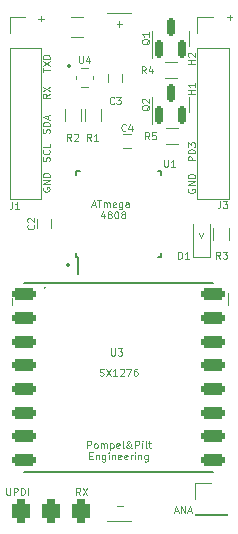
<source format=gbr>
%TF.GenerationSoftware,KiCad,Pcbnew,(6.0.0)*%
%TF.CreationDate,2022-01-09T21:33:39+01:00*%
%TF.ProjectId,LoraTrigger,4c6f7261-5472-4696-9767-65722e6b6963,rev?*%
%TF.SameCoordinates,Original*%
%TF.FileFunction,Legend,Top*%
%TF.FilePolarity,Positive*%
%FSLAX46Y46*%
G04 Gerber Fmt 4.6, Leading zero omitted, Abs format (unit mm)*
G04 Created by KiCad (PCBNEW (6.0.0)) date 2022-01-09 21:33:39*
%MOMM*%
%LPD*%
G01*
G04 APERTURE LIST*
G04 Aperture macros list*
%AMRoundRect*
0 Rectangle with rounded corners*
0 $1 Rounding radius*
0 $2 $3 $4 $5 $6 $7 $8 $9 X,Y pos of 4 corners*
0 Add a 4 corners polygon primitive as box body*
4,1,4,$2,$3,$4,$5,$6,$7,$8,$9,$2,$3,0*
0 Add four circle primitives for the rounded corners*
1,1,$1+$1,$2,$3*
1,1,$1+$1,$4,$5*
1,1,$1+$1,$6,$7*
1,1,$1+$1,$8,$9*
0 Add four rect primitives between the rounded corners*
20,1,$1+$1,$2,$3,$4,$5,0*
20,1,$1+$1,$4,$5,$6,$7,0*
20,1,$1+$1,$6,$7,$8,$9,0*
20,1,$1+$1,$8,$9,$2,$3,0*%
G04 Aperture macros list end*
%ADD10C,0.150000*%
%ADD11C,0.100000*%
%ADD12C,0.200000*%
%ADD13C,0.120000*%
%ADD14R,1.200000X1.200000*%
%ADD15R,1.700000X1.700000*%
%ADD16RoundRect,0.375000X-0.375000X-0.625000X0.375000X-0.625000X0.375000X0.625000X-0.375000X0.625000X0*%
%ADD17RoundRect,0.250000X-0.750000X-0.250000X0.750000X-0.250000X0.750000X0.250000X-0.750000X0.250000X0*%
%ADD18C,2.000000*%
%ADD19R,0.750000X0.900000*%
%ADD20R,0.900000X0.750000*%
%ADD21R,0.900000X0.700000*%
%ADD22R,1.500000X1.250000*%
%ADD23R,0.700000X0.900000*%
%ADD24RoundRect,0.150000X0.150000X-0.587500X0.150000X0.587500X-0.150000X0.587500X-0.150000X-0.587500X0*%
%ADD25R,0.550000X1.600000*%
%ADD26R,1.600000X0.550000*%
%ADD27O,1.700000X1.700000*%
%ADD28R,0.700000X0.300000*%
G04 APERTURE END LIST*
D10*
X104341421Y-43841421D02*
G75*
G03*
X104341421Y-43841421I-141421J0D01*
G01*
X104241421Y-60700000D02*
G75*
G03*
X104241421Y-60700000I-141421J0D01*
G01*
D11*
X108271428Y-81092857D02*
X108728571Y-81092857D01*
X102100000Y-62564285D02*
X102128571Y-62592857D01*
X102100000Y-62621428D01*
X102071428Y-62592857D01*
X102100000Y-62564285D01*
X102100000Y-62621428D01*
X101596428Y-39842857D02*
X102053571Y-39842857D01*
X101825000Y-40071428D02*
X101825000Y-39614285D01*
X102000000Y-54157142D02*
X101971428Y-54214285D01*
X101971428Y-54300000D01*
X102000000Y-54385714D01*
X102057142Y-54442857D01*
X102114285Y-54471428D01*
X102228571Y-54500000D01*
X102314285Y-54500000D01*
X102428571Y-54471428D01*
X102485714Y-54442857D01*
X102542857Y-54385714D01*
X102571428Y-54300000D01*
X102571428Y-54242857D01*
X102542857Y-54157142D01*
X102514285Y-54128571D01*
X102314285Y-54128571D01*
X102314285Y-54242857D01*
X102571428Y-53871428D02*
X101971428Y-53871428D01*
X102571428Y-53528571D01*
X101971428Y-53528571D01*
X102571428Y-53242857D02*
X101971428Y-53242857D01*
X101971428Y-53100000D01*
X102000000Y-53014285D01*
X102057142Y-52957142D01*
X102114285Y-52928571D01*
X102228571Y-52900000D01*
X102314285Y-52900000D01*
X102428571Y-52928571D01*
X102485714Y-52957142D01*
X102542857Y-53014285D01*
X102571428Y-53100000D01*
X102571428Y-53242857D01*
X102571428Y-46200000D02*
X102285714Y-46400000D01*
X102571428Y-46542857D02*
X101971428Y-46542857D01*
X101971428Y-46314285D01*
X102000000Y-46257142D01*
X102028571Y-46228571D01*
X102085714Y-46200000D01*
X102171428Y-46200000D01*
X102228571Y-46228571D01*
X102257142Y-46257142D01*
X102285714Y-46314285D01*
X102285714Y-46542857D01*
X101971428Y-46000000D02*
X102571428Y-45600000D01*
X101971428Y-45600000D02*
X102571428Y-46000000D01*
X117571428Y-39742857D02*
X118028571Y-39742857D01*
X117800000Y-39971428D02*
X117800000Y-39514285D01*
X114871428Y-51842857D02*
X114271428Y-51842857D01*
X114271428Y-51614285D01*
X114300000Y-51557142D01*
X114328571Y-51528571D01*
X114385714Y-51500000D01*
X114471428Y-51500000D01*
X114528571Y-51528571D01*
X114557142Y-51557142D01*
X114585714Y-51614285D01*
X114585714Y-51842857D01*
X114871428Y-51242857D02*
X114271428Y-51242857D01*
X114271428Y-51100000D01*
X114300000Y-51014285D01*
X114357142Y-50957142D01*
X114414285Y-50928571D01*
X114528571Y-50900000D01*
X114614285Y-50900000D01*
X114728571Y-50928571D01*
X114785714Y-50957142D01*
X114842857Y-51014285D01*
X114871428Y-51100000D01*
X114871428Y-51242857D01*
X114271428Y-50700000D02*
X114271428Y-50328571D01*
X114500000Y-50528571D01*
X114500000Y-50442857D01*
X114528571Y-50385714D01*
X114557142Y-50357142D01*
X114614285Y-50328571D01*
X114757142Y-50328571D01*
X114814285Y-50357142D01*
X114842857Y-50385714D01*
X114871428Y-50442857D01*
X114871428Y-50614285D01*
X114842857Y-50671428D01*
X114814285Y-50700000D01*
X106128571Y-55617000D02*
X106414285Y-55617000D01*
X106071428Y-55788428D02*
X106271428Y-55188428D01*
X106471428Y-55788428D01*
X106585714Y-55188428D02*
X106928571Y-55188428D01*
X106757142Y-55788428D02*
X106757142Y-55188428D01*
X107128571Y-55788428D02*
X107128571Y-55388428D01*
X107128571Y-55445571D02*
X107157142Y-55417000D01*
X107214285Y-55388428D01*
X107300000Y-55388428D01*
X107357142Y-55417000D01*
X107385714Y-55474142D01*
X107385714Y-55788428D01*
X107385714Y-55474142D02*
X107414285Y-55417000D01*
X107471428Y-55388428D01*
X107557142Y-55388428D01*
X107614285Y-55417000D01*
X107642857Y-55474142D01*
X107642857Y-55788428D01*
X108157142Y-55759857D02*
X108100000Y-55788428D01*
X107985714Y-55788428D01*
X107928571Y-55759857D01*
X107900000Y-55702714D01*
X107900000Y-55474142D01*
X107928571Y-55417000D01*
X107985714Y-55388428D01*
X108100000Y-55388428D01*
X108157142Y-55417000D01*
X108185714Y-55474142D01*
X108185714Y-55531285D01*
X107900000Y-55588428D01*
X108700000Y-55388428D02*
X108700000Y-55874142D01*
X108671428Y-55931285D01*
X108642857Y-55959857D01*
X108585714Y-55988428D01*
X108500000Y-55988428D01*
X108442857Y-55959857D01*
X108700000Y-55759857D02*
X108642857Y-55788428D01*
X108528571Y-55788428D01*
X108471428Y-55759857D01*
X108442857Y-55731285D01*
X108414285Y-55674142D01*
X108414285Y-55502714D01*
X108442857Y-55445571D01*
X108471428Y-55417000D01*
X108528571Y-55388428D01*
X108642857Y-55388428D01*
X108700000Y-55417000D01*
X109242857Y-55788428D02*
X109242857Y-55474142D01*
X109214285Y-55417000D01*
X109157142Y-55388428D01*
X109042857Y-55388428D01*
X108985714Y-55417000D01*
X109242857Y-55759857D02*
X109185714Y-55788428D01*
X109042857Y-55788428D01*
X108985714Y-55759857D01*
X108957142Y-55702714D01*
X108957142Y-55645571D01*
X108985714Y-55588428D01*
X109042857Y-55559857D01*
X109185714Y-55559857D01*
X109242857Y-55531285D01*
X107185714Y-56354428D02*
X107185714Y-56754428D01*
X107042857Y-56125857D02*
X106900000Y-56554428D01*
X107271428Y-56554428D01*
X107585714Y-56411571D02*
X107528571Y-56383000D01*
X107500000Y-56354428D01*
X107471428Y-56297285D01*
X107471428Y-56268714D01*
X107500000Y-56211571D01*
X107528571Y-56183000D01*
X107585714Y-56154428D01*
X107700000Y-56154428D01*
X107757142Y-56183000D01*
X107785714Y-56211571D01*
X107814285Y-56268714D01*
X107814285Y-56297285D01*
X107785714Y-56354428D01*
X107757142Y-56383000D01*
X107700000Y-56411571D01*
X107585714Y-56411571D01*
X107528571Y-56440142D01*
X107500000Y-56468714D01*
X107471428Y-56525857D01*
X107471428Y-56640142D01*
X107500000Y-56697285D01*
X107528571Y-56725857D01*
X107585714Y-56754428D01*
X107700000Y-56754428D01*
X107757142Y-56725857D01*
X107785714Y-56697285D01*
X107814285Y-56640142D01*
X107814285Y-56525857D01*
X107785714Y-56468714D01*
X107757142Y-56440142D01*
X107700000Y-56411571D01*
X108185714Y-56154428D02*
X108242857Y-56154428D01*
X108300000Y-56183000D01*
X108328571Y-56211571D01*
X108357142Y-56268714D01*
X108385714Y-56383000D01*
X108385714Y-56525857D01*
X108357142Y-56640142D01*
X108328571Y-56697285D01*
X108300000Y-56725857D01*
X108242857Y-56754428D01*
X108185714Y-56754428D01*
X108128571Y-56725857D01*
X108100000Y-56697285D01*
X108071428Y-56640142D01*
X108042857Y-56525857D01*
X108042857Y-56383000D01*
X108071428Y-56268714D01*
X108100000Y-56211571D01*
X108128571Y-56183000D01*
X108185714Y-56154428D01*
X108728571Y-56411571D02*
X108671428Y-56383000D01*
X108642857Y-56354428D01*
X108614285Y-56297285D01*
X108614285Y-56268714D01*
X108642857Y-56211571D01*
X108671428Y-56183000D01*
X108728571Y-56154428D01*
X108842857Y-56154428D01*
X108900000Y-56183000D01*
X108928571Y-56211571D01*
X108957142Y-56268714D01*
X108957142Y-56297285D01*
X108928571Y-56354428D01*
X108900000Y-56383000D01*
X108842857Y-56411571D01*
X108728571Y-56411571D01*
X108671428Y-56440142D01*
X108642857Y-56468714D01*
X108614285Y-56525857D01*
X108614285Y-56640142D01*
X108642857Y-56697285D01*
X108671428Y-56725857D01*
X108728571Y-56754428D01*
X108842857Y-56754428D01*
X108900000Y-56725857D01*
X108928571Y-56697285D01*
X108957142Y-56640142D01*
X108957142Y-56525857D01*
X108928571Y-56468714D01*
X108900000Y-56440142D01*
X108842857Y-56411571D01*
X108221428Y-40292857D02*
X108678571Y-40292857D01*
X108450000Y-40521428D02*
X108450000Y-40064285D01*
X114871428Y-43657142D02*
X114271428Y-43657142D01*
X114557142Y-43657142D02*
X114557142Y-43314285D01*
X114871428Y-43314285D02*
X114271428Y-43314285D01*
X114328571Y-43057142D02*
X114300000Y-43028571D01*
X114271428Y-42971428D01*
X114271428Y-42828571D01*
X114300000Y-42771428D01*
X114328571Y-42742857D01*
X114385714Y-42714285D01*
X114442857Y-42714285D01*
X114528571Y-42742857D01*
X114871428Y-43085714D01*
X114871428Y-42714285D01*
X114300000Y-54257142D02*
X114271428Y-54314285D01*
X114271428Y-54400000D01*
X114300000Y-54485714D01*
X114357142Y-54542857D01*
X114414285Y-54571428D01*
X114528571Y-54600000D01*
X114614285Y-54600000D01*
X114728571Y-54571428D01*
X114785714Y-54542857D01*
X114842857Y-54485714D01*
X114871428Y-54400000D01*
X114871428Y-54342857D01*
X114842857Y-54257142D01*
X114814285Y-54228571D01*
X114614285Y-54228571D01*
X114614285Y-54342857D01*
X114871428Y-53971428D02*
X114271428Y-53971428D01*
X114871428Y-53628571D01*
X114271428Y-53628571D01*
X114871428Y-53342857D02*
X114271428Y-53342857D01*
X114271428Y-53200000D01*
X114300000Y-53114285D01*
X114357142Y-53057142D01*
X114414285Y-53028571D01*
X114528571Y-53000000D01*
X114614285Y-53000000D01*
X114728571Y-53028571D01*
X114785714Y-53057142D01*
X114842857Y-53114285D01*
X114871428Y-53200000D01*
X114871428Y-53342857D01*
X115528571Y-57971428D02*
X115357142Y-58428571D01*
X115185714Y-57971428D01*
X105742857Y-76188428D02*
X105742857Y-75588428D01*
X105971428Y-75588428D01*
X106028571Y-75617000D01*
X106057142Y-75645571D01*
X106085714Y-75702714D01*
X106085714Y-75788428D01*
X106057142Y-75845571D01*
X106028571Y-75874142D01*
X105971428Y-75902714D01*
X105742857Y-75902714D01*
X106428571Y-76188428D02*
X106371428Y-76159857D01*
X106342857Y-76131285D01*
X106314285Y-76074142D01*
X106314285Y-75902714D01*
X106342857Y-75845571D01*
X106371428Y-75817000D01*
X106428571Y-75788428D01*
X106514285Y-75788428D01*
X106571428Y-75817000D01*
X106600000Y-75845571D01*
X106628571Y-75902714D01*
X106628571Y-76074142D01*
X106600000Y-76131285D01*
X106571428Y-76159857D01*
X106514285Y-76188428D01*
X106428571Y-76188428D01*
X106885714Y-76188428D02*
X106885714Y-75788428D01*
X106885714Y-75845571D02*
X106914285Y-75817000D01*
X106971428Y-75788428D01*
X107057142Y-75788428D01*
X107114285Y-75817000D01*
X107142857Y-75874142D01*
X107142857Y-76188428D01*
X107142857Y-75874142D02*
X107171428Y-75817000D01*
X107228571Y-75788428D01*
X107314285Y-75788428D01*
X107371428Y-75817000D01*
X107400000Y-75874142D01*
X107400000Y-76188428D01*
X107685714Y-75788428D02*
X107685714Y-76388428D01*
X107685714Y-75817000D02*
X107742857Y-75788428D01*
X107857142Y-75788428D01*
X107914285Y-75817000D01*
X107942857Y-75845571D01*
X107971428Y-75902714D01*
X107971428Y-76074142D01*
X107942857Y-76131285D01*
X107914285Y-76159857D01*
X107857142Y-76188428D01*
X107742857Y-76188428D01*
X107685714Y-76159857D01*
X108457142Y-76159857D02*
X108400000Y-76188428D01*
X108285714Y-76188428D01*
X108228571Y-76159857D01*
X108200000Y-76102714D01*
X108200000Y-75874142D01*
X108228571Y-75817000D01*
X108285714Y-75788428D01*
X108400000Y-75788428D01*
X108457142Y-75817000D01*
X108485714Y-75874142D01*
X108485714Y-75931285D01*
X108200000Y-75988428D01*
X108828571Y-76188428D02*
X108771428Y-76159857D01*
X108742857Y-76102714D01*
X108742857Y-75588428D01*
X109542857Y-76188428D02*
X109514285Y-76188428D01*
X109457142Y-76159857D01*
X109371428Y-76074142D01*
X109228571Y-75902714D01*
X109171428Y-75817000D01*
X109142857Y-75731285D01*
X109142857Y-75674142D01*
X109171428Y-75617000D01*
X109228571Y-75588428D01*
X109257142Y-75588428D01*
X109314285Y-75617000D01*
X109342857Y-75674142D01*
X109342857Y-75702714D01*
X109314285Y-75759857D01*
X109285714Y-75788428D01*
X109114285Y-75902714D01*
X109085714Y-75931285D01*
X109057142Y-75988428D01*
X109057142Y-76074142D01*
X109085714Y-76131285D01*
X109114285Y-76159857D01*
X109171428Y-76188428D01*
X109257142Y-76188428D01*
X109314285Y-76159857D01*
X109342857Y-76131285D01*
X109428571Y-76017000D01*
X109457142Y-75931285D01*
X109457142Y-75874142D01*
X109800000Y-76188428D02*
X109800000Y-75588428D01*
X110028571Y-75588428D01*
X110085714Y-75617000D01*
X110114285Y-75645571D01*
X110142857Y-75702714D01*
X110142857Y-75788428D01*
X110114285Y-75845571D01*
X110085714Y-75874142D01*
X110028571Y-75902714D01*
X109800000Y-75902714D01*
X110400000Y-76188428D02*
X110400000Y-75788428D01*
X110400000Y-75588428D02*
X110371428Y-75617000D01*
X110400000Y-75645571D01*
X110428571Y-75617000D01*
X110400000Y-75588428D01*
X110400000Y-75645571D01*
X110771428Y-76188428D02*
X110714285Y-76159857D01*
X110685714Y-76102714D01*
X110685714Y-75588428D01*
X110914285Y-75788428D02*
X111142857Y-75788428D01*
X111000000Y-75588428D02*
X111000000Y-76102714D01*
X111028571Y-76159857D01*
X111085714Y-76188428D01*
X111142857Y-76188428D01*
X105928571Y-76840142D02*
X106128571Y-76840142D01*
X106214285Y-77154428D02*
X105928571Y-77154428D01*
X105928571Y-76554428D01*
X106214285Y-76554428D01*
X106471428Y-76754428D02*
X106471428Y-77154428D01*
X106471428Y-76811571D02*
X106500000Y-76783000D01*
X106557142Y-76754428D01*
X106642857Y-76754428D01*
X106700000Y-76783000D01*
X106728571Y-76840142D01*
X106728571Y-77154428D01*
X107271428Y-76754428D02*
X107271428Y-77240142D01*
X107242857Y-77297285D01*
X107214285Y-77325857D01*
X107157142Y-77354428D01*
X107071428Y-77354428D01*
X107014285Y-77325857D01*
X107271428Y-77125857D02*
X107214285Y-77154428D01*
X107100000Y-77154428D01*
X107042857Y-77125857D01*
X107014285Y-77097285D01*
X106985714Y-77040142D01*
X106985714Y-76868714D01*
X107014285Y-76811571D01*
X107042857Y-76783000D01*
X107100000Y-76754428D01*
X107214285Y-76754428D01*
X107271428Y-76783000D01*
X107557142Y-77154428D02*
X107557142Y-76754428D01*
X107557142Y-76554428D02*
X107528571Y-76583000D01*
X107557142Y-76611571D01*
X107585714Y-76583000D01*
X107557142Y-76554428D01*
X107557142Y-76611571D01*
X107842857Y-76754428D02*
X107842857Y-77154428D01*
X107842857Y-76811571D02*
X107871428Y-76783000D01*
X107928571Y-76754428D01*
X108014285Y-76754428D01*
X108071428Y-76783000D01*
X108100000Y-76840142D01*
X108100000Y-77154428D01*
X108614285Y-77125857D02*
X108557142Y-77154428D01*
X108442857Y-77154428D01*
X108385714Y-77125857D01*
X108357142Y-77068714D01*
X108357142Y-76840142D01*
X108385714Y-76783000D01*
X108442857Y-76754428D01*
X108557142Y-76754428D01*
X108614285Y-76783000D01*
X108642857Y-76840142D01*
X108642857Y-76897285D01*
X108357142Y-76954428D01*
X109128571Y-77125857D02*
X109071428Y-77154428D01*
X108957142Y-77154428D01*
X108900000Y-77125857D01*
X108871428Y-77068714D01*
X108871428Y-76840142D01*
X108900000Y-76783000D01*
X108957142Y-76754428D01*
X109071428Y-76754428D01*
X109128571Y-76783000D01*
X109157142Y-76840142D01*
X109157142Y-76897285D01*
X108871428Y-76954428D01*
X109414285Y-77154428D02*
X109414285Y-76754428D01*
X109414285Y-76868714D02*
X109442857Y-76811571D01*
X109471428Y-76783000D01*
X109528571Y-76754428D01*
X109585714Y-76754428D01*
X109785714Y-77154428D02*
X109785714Y-76754428D01*
X109785714Y-76554428D02*
X109757142Y-76583000D01*
X109785714Y-76611571D01*
X109814285Y-76583000D01*
X109785714Y-76554428D01*
X109785714Y-76611571D01*
X110071428Y-76754428D02*
X110071428Y-77154428D01*
X110071428Y-76811571D02*
X110100000Y-76783000D01*
X110157142Y-76754428D01*
X110242857Y-76754428D01*
X110300000Y-76783000D01*
X110328571Y-76840142D01*
X110328571Y-77154428D01*
X110871428Y-76754428D02*
X110871428Y-77240142D01*
X110842857Y-77297285D01*
X110814285Y-77325857D01*
X110757142Y-77354428D01*
X110671428Y-77354428D01*
X110614285Y-77325857D01*
X110871428Y-77125857D02*
X110814285Y-77154428D01*
X110700000Y-77154428D01*
X110642857Y-77125857D01*
X110614285Y-77097285D01*
X110585714Y-77040142D01*
X110585714Y-76868714D01*
X110614285Y-76811571D01*
X110642857Y-76783000D01*
X110700000Y-76754428D01*
X110814285Y-76754428D01*
X110871428Y-76783000D01*
X105150000Y-80171428D02*
X104950000Y-79885714D01*
X104807142Y-80171428D02*
X104807142Y-79571428D01*
X105035714Y-79571428D01*
X105092857Y-79600000D01*
X105121428Y-79628571D01*
X105150000Y-79685714D01*
X105150000Y-79771428D01*
X105121428Y-79828571D01*
X105092857Y-79857142D01*
X105035714Y-79885714D01*
X104807142Y-79885714D01*
X105350000Y-79571428D02*
X105750000Y-80171428D01*
X105750000Y-79571428D02*
X105350000Y-80171428D01*
X114871428Y-46257142D02*
X114271428Y-46257142D01*
X114557142Y-46257142D02*
X114557142Y-45914285D01*
X114871428Y-45914285D02*
X114271428Y-45914285D01*
X114871428Y-45314285D02*
X114871428Y-45657142D01*
X114871428Y-45485714D02*
X114271428Y-45485714D01*
X114357142Y-45542857D01*
X114414285Y-45600000D01*
X114442857Y-45657142D01*
X113135714Y-81500000D02*
X113421428Y-81500000D01*
X113078571Y-81671428D02*
X113278571Y-81071428D01*
X113478571Y-81671428D01*
X113678571Y-81671428D02*
X113678571Y-81071428D01*
X114021428Y-81671428D01*
X114021428Y-81071428D01*
X114278571Y-81500000D02*
X114564285Y-81500000D01*
X114221428Y-81671428D02*
X114421428Y-81071428D01*
X114621428Y-81671428D01*
X101971428Y-44357142D02*
X101971428Y-44014285D01*
X102571428Y-44185714D02*
X101971428Y-44185714D01*
X101971428Y-43871428D02*
X102571428Y-43471428D01*
X101971428Y-43471428D02*
X102571428Y-43871428D01*
X102571428Y-43242857D02*
X101971428Y-43242857D01*
X101971428Y-43100000D01*
X102000000Y-43014285D01*
X102057142Y-42957142D01*
X102114285Y-42928571D01*
X102228571Y-42900000D01*
X102314285Y-42900000D01*
X102428571Y-42928571D01*
X102485714Y-42957142D01*
X102542857Y-43014285D01*
X102571428Y-43100000D01*
X102571428Y-43242857D01*
X102542857Y-49528571D02*
X102571428Y-49442857D01*
X102571428Y-49300000D01*
X102542857Y-49242857D01*
X102514285Y-49214285D01*
X102457142Y-49185714D01*
X102400000Y-49185714D01*
X102342857Y-49214285D01*
X102314285Y-49242857D01*
X102285714Y-49300000D01*
X102257142Y-49414285D01*
X102228571Y-49471428D01*
X102200000Y-49500000D01*
X102142857Y-49528571D01*
X102085714Y-49528571D01*
X102028571Y-49500000D01*
X102000000Y-49471428D01*
X101971428Y-49414285D01*
X101971428Y-49271428D01*
X102000000Y-49185714D01*
X102571428Y-48928571D02*
X101971428Y-48928571D01*
X101971428Y-48785714D01*
X102000000Y-48700000D01*
X102057142Y-48642857D01*
X102114285Y-48614285D01*
X102228571Y-48585714D01*
X102314285Y-48585714D01*
X102428571Y-48614285D01*
X102485714Y-48642857D01*
X102542857Y-48700000D01*
X102571428Y-48785714D01*
X102571428Y-48928571D01*
X102400000Y-48357142D02*
X102400000Y-48071428D01*
X102571428Y-48414285D02*
X101971428Y-48214285D01*
X102571428Y-48014285D01*
X98885714Y-79571428D02*
X98885714Y-80057142D01*
X98914285Y-80114285D01*
X98942857Y-80142857D01*
X99000000Y-80171428D01*
X99114285Y-80171428D01*
X99171428Y-80142857D01*
X99200000Y-80114285D01*
X99228571Y-80057142D01*
X99228571Y-79571428D01*
X99514285Y-80171428D02*
X99514285Y-79571428D01*
X99742857Y-79571428D01*
X99800000Y-79600000D01*
X99828571Y-79628571D01*
X99857142Y-79685714D01*
X99857142Y-79771428D01*
X99828571Y-79828571D01*
X99800000Y-79857142D01*
X99742857Y-79885714D01*
X99514285Y-79885714D01*
X100114285Y-80171428D02*
X100114285Y-79571428D01*
X100257142Y-79571428D01*
X100342857Y-79600000D01*
X100400000Y-79657142D01*
X100428571Y-79714285D01*
X100457142Y-79828571D01*
X100457142Y-79914285D01*
X100428571Y-80028571D01*
X100400000Y-80085714D01*
X100342857Y-80142857D01*
X100257142Y-80171428D01*
X100114285Y-80171428D01*
X100714285Y-80171428D02*
X100714285Y-79571428D01*
X102542857Y-51914285D02*
X102571428Y-51828571D01*
X102571428Y-51685714D01*
X102542857Y-51628571D01*
X102514285Y-51600000D01*
X102457142Y-51571428D01*
X102400000Y-51571428D01*
X102342857Y-51600000D01*
X102314285Y-51628571D01*
X102285714Y-51685714D01*
X102257142Y-51800000D01*
X102228571Y-51857142D01*
X102200000Y-51885714D01*
X102142857Y-51914285D01*
X102085714Y-51914285D01*
X102028571Y-51885714D01*
X102000000Y-51857142D01*
X101971428Y-51800000D01*
X101971428Y-51657142D01*
X102000000Y-51571428D01*
X102514285Y-50971428D02*
X102542857Y-51000000D01*
X102571428Y-51085714D01*
X102571428Y-51142857D01*
X102542857Y-51228571D01*
X102485714Y-51285714D01*
X102428571Y-51314285D01*
X102314285Y-51342857D01*
X102228571Y-51342857D01*
X102114285Y-51314285D01*
X102057142Y-51285714D01*
X102000000Y-51228571D01*
X101971428Y-51142857D01*
X101971428Y-51085714D01*
X102000000Y-51000000D01*
X102028571Y-50971428D01*
X102571428Y-50428571D02*
X102571428Y-50714285D01*
X101971428Y-50714285D01*
X106800000Y-70042857D02*
X106885714Y-70071428D01*
X107028571Y-70071428D01*
X107085714Y-70042857D01*
X107114285Y-70014285D01*
X107142857Y-69957142D01*
X107142857Y-69900000D01*
X107114285Y-69842857D01*
X107085714Y-69814285D01*
X107028571Y-69785714D01*
X106914285Y-69757142D01*
X106857142Y-69728571D01*
X106828571Y-69700000D01*
X106800000Y-69642857D01*
X106800000Y-69585714D01*
X106828571Y-69528571D01*
X106857142Y-69500000D01*
X106914285Y-69471428D01*
X107057142Y-69471428D01*
X107142857Y-69500000D01*
X107342857Y-69471428D02*
X107742857Y-70071428D01*
X107742857Y-69471428D02*
X107342857Y-70071428D01*
X108285714Y-70071428D02*
X107942857Y-70071428D01*
X108114285Y-70071428D02*
X108114285Y-69471428D01*
X108057142Y-69557142D01*
X108000000Y-69614285D01*
X107942857Y-69642857D01*
X108514285Y-69528571D02*
X108542857Y-69500000D01*
X108600000Y-69471428D01*
X108742857Y-69471428D01*
X108800000Y-69500000D01*
X108828571Y-69528571D01*
X108857142Y-69585714D01*
X108857142Y-69642857D01*
X108828571Y-69728571D01*
X108485714Y-70071428D01*
X108857142Y-70071428D01*
X109057142Y-69471428D02*
X109457142Y-69471428D01*
X109200000Y-70071428D01*
X109942857Y-69471428D02*
X109828571Y-69471428D01*
X109771428Y-69500000D01*
X109742857Y-69528571D01*
X109685714Y-69614285D01*
X109657142Y-69728571D01*
X109657142Y-69957142D01*
X109685714Y-70014285D01*
X109714285Y-70042857D01*
X109771428Y-70071428D01*
X109885714Y-70071428D01*
X109942857Y-70042857D01*
X109971428Y-70014285D01*
X110000000Y-69957142D01*
X110000000Y-69814285D01*
X109971428Y-69757142D01*
X109942857Y-69728571D01*
X109885714Y-69700000D01*
X109771428Y-69700000D01*
X109714285Y-69728571D01*
X109685714Y-69757142D01*
X109657142Y-69814285D01*
X113457142Y-60171428D02*
X113457142Y-59571428D01*
X113600000Y-59571428D01*
X113685714Y-59600000D01*
X113742857Y-59657142D01*
X113771428Y-59714285D01*
X113800000Y-59828571D01*
X113800000Y-59914285D01*
X113771428Y-60028571D01*
X113742857Y-60085714D01*
X113685714Y-60142857D01*
X113600000Y-60171428D01*
X113457142Y-60171428D01*
X114371428Y-60171428D02*
X114028571Y-60171428D01*
X114200000Y-60171428D02*
X114200000Y-59571428D01*
X114142857Y-59657142D01*
X114085714Y-59714285D01*
X114028571Y-59742857D01*
X107742857Y-67771428D02*
X107742857Y-68257142D01*
X107771428Y-68314285D01*
X107800000Y-68342857D01*
X107857142Y-68371428D01*
X107971428Y-68371428D01*
X108028571Y-68342857D01*
X108057142Y-68314285D01*
X108085714Y-68257142D01*
X108085714Y-67771428D01*
X108314285Y-67771428D02*
X108685714Y-67771428D01*
X108485714Y-68000000D01*
X108571428Y-68000000D01*
X108628571Y-68028571D01*
X108657142Y-68057142D01*
X108685714Y-68114285D01*
X108685714Y-68257142D01*
X108657142Y-68314285D01*
X108628571Y-68342857D01*
X108571428Y-68371428D01*
X108400000Y-68371428D01*
X108342857Y-68342857D01*
X108314285Y-68314285D01*
X101214285Y-57300000D02*
X101242857Y-57328571D01*
X101271428Y-57414285D01*
X101271428Y-57471428D01*
X101242857Y-57557142D01*
X101185714Y-57614285D01*
X101128571Y-57642857D01*
X101014285Y-57671428D01*
X100928571Y-57671428D01*
X100814285Y-57642857D01*
X100757142Y-57614285D01*
X100700000Y-57557142D01*
X100671428Y-57471428D01*
X100671428Y-57414285D01*
X100700000Y-57328571D01*
X100728571Y-57300000D01*
X100728571Y-57071428D02*
X100700000Y-57042857D01*
X100671428Y-56985714D01*
X100671428Y-56842857D01*
X100700000Y-56785714D01*
X100728571Y-56757142D01*
X100785714Y-56728571D01*
X100842857Y-56728571D01*
X100928571Y-56757142D01*
X101271428Y-57100000D01*
X101271428Y-56728571D01*
X108000000Y-47014285D02*
X107971428Y-47042857D01*
X107885714Y-47071428D01*
X107828571Y-47071428D01*
X107742857Y-47042857D01*
X107685714Y-46985714D01*
X107657142Y-46928571D01*
X107628571Y-46814285D01*
X107628571Y-46728571D01*
X107657142Y-46614285D01*
X107685714Y-46557142D01*
X107742857Y-46500000D01*
X107828571Y-46471428D01*
X107885714Y-46471428D01*
X107971428Y-46500000D01*
X108000000Y-46528571D01*
X108200000Y-46471428D02*
X108571428Y-46471428D01*
X108371428Y-46700000D01*
X108457142Y-46700000D01*
X108514285Y-46728571D01*
X108542857Y-46757142D01*
X108571428Y-46814285D01*
X108571428Y-46957142D01*
X108542857Y-47014285D01*
X108514285Y-47042857D01*
X108457142Y-47071428D01*
X108285714Y-47071428D01*
X108228571Y-47042857D01*
X108200000Y-47014285D01*
X109000000Y-49314285D02*
X108971428Y-49342857D01*
X108885714Y-49371428D01*
X108828571Y-49371428D01*
X108742857Y-49342857D01*
X108685714Y-49285714D01*
X108657142Y-49228571D01*
X108628571Y-49114285D01*
X108628571Y-49028571D01*
X108657142Y-48914285D01*
X108685714Y-48857142D01*
X108742857Y-48800000D01*
X108828571Y-48771428D01*
X108885714Y-48771428D01*
X108971428Y-48800000D01*
X109000000Y-48828571D01*
X109514285Y-48971428D02*
X109514285Y-49371428D01*
X109371428Y-48742857D02*
X109228571Y-49171428D01*
X109600000Y-49171428D01*
X117000000Y-60171428D02*
X116800000Y-59885714D01*
X116657142Y-60171428D02*
X116657142Y-59571428D01*
X116885714Y-59571428D01*
X116942857Y-59600000D01*
X116971428Y-59628571D01*
X117000000Y-59685714D01*
X117000000Y-59771428D01*
X116971428Y-59828571D01*
X116942857Y-59857142D01*
X116885714Y-59885714D01*
X116657142Y-59885714D01*
X117200000Y-59571428D02*
X117571428Y-59571428D01*
X117371428Y-59800000D01*
X117457142Y-59800000D01*
X117514285Y-59828571D01*
X117542857Y-59857142D01*
X117571428Y-59914285D01*
X117571428Y-60057142D01*
X117542857Y-60114285D01*
X117514285Y-60142857D01*
X117457142Y-60171428D01*
X117285714Y-60171428D01*
X117228571Y-60142857D01*
X117200000Y-60114285D01*
X106100000Y-50171428D02*
X105900000Y-49885714D01*
X105757142Y-50171428D02*
X105757142Y-49571428D01*
X105985714Y-49571428D01*
X106042857Y-49600000D01*
X106071428Y-49628571D01*
X106100000Y-49685714D01*
X106100000Y-49771428D01*
X106071428Y-49828571D01*
X106042857Y-49857142D01*
X105985714Y-49885714D01*
X105757142Y-49885714D01*
X106671428Y-50171428D02*
X106328571Y-50171428D01*
X106500000Y-50171428D02*
X106500000Y-49571428D01*
X106442857Y-49657142D01*
X106385714Y-49714285D01*
X106328571Y-49742857D01*
X104400000Y-50171428D02*
X104200000Y-49885714D01*
X104057142Y-50171428D02*
X104057142Y-49571428D01*
X104285714Y-49571428D01*
X104342857Y-49600000D01*
X104371428Y-49628571D01*
X104400000Y-49685714D01*
X104400000Y-49771428D01*
X104371428Y-49828571D01*
X104342857Y-49857142D01*
X104285714Y-49885714D01*
X104057142Y-49885714D01*
X104628571Y-49628571D02*
X104657142Y-49600000D01*
X104714285Y-49571428D01*
X104857142Y-49571428D01*
X104914285Y-49600000D01*
X104942857Y-49628571D01*
X104971428Y-49685714D01*
X104971428Y-49742857D01*
X104942857Y-49828571D01*
X104600000Y-50171428D01*
X104971428Y-50171428D01*
X111000000Y-50071428D02*
X110800000Y-49785714D01*
X110657142Y-50071428D02*
X110657142Y-49471428D01*
X110885714Y-49471428D01*
X110942857Y-49500000D01*
X110971428Y-49528571D01*
X111000000Y-49585714D01*
X111000000Y-49671428D01*
X110971428Y-49728571D01*
X110942857Y-49757142D01*
X110885714Y-49785714D01*
X110657142Y-49785714D01*
X111542857Y-49471428D02*
X111257142Y-49471428D01*
X111228571Y-49757142D01*
X111257142Y-49728571D01*
X111314285Y-49700000D01*
X111457142Y-49700000D01*
X111514285Y-49728571D01*
X111542857Y-49757142D01*
X111571428Y-49814285D01*
X111571428Y-49957142D01*
X111542857Y-50014285D01*
X111514285Y-50042857D01*
X111457142Y-50071428D01*
X111314285Y-50071428D01*
X111257142Y-50042857D01*
X111228571Y-50014285D01*
X111028571Y-41557142D02*
X111000000Y-41614285D01*
X110942857Y-41671428D01*
X110857142Y-41757142D01*
X110828571Y-41814285D01*
X110828571Y-41871428D01*
X110971428Y-41842857D02*
X110942857Y-41900000D01*
X110885714Y-41957142D01*
X110771428Y-41985714D01*
X110571428Y-41985714D01*
X110457142Y-41957142D01*
X110400000Y-41900000D01*
X110371428Y-41842857D01*
X110371428Y-41728571D01*
X110400000Y-41671428D01*
X110457142Y-41614285D01*
X110571428Y-41585714D01*
X110771428Y-41585714D01*
X110885714Y-41614285D01*
X110942857Y-41671428D01*
X110971428Y-41728571D01*
X110971428Y-41842857D01*
X110971428Y-41014285D02*
X110971428Y-41357142D01*
X110971428Y-41185714D02*
X110371428Y-41185714D01*
X110457142Y-41242857D01*
X110514285Y-41300000D01*
X110542857Y-41357142D01*
X112242857Y-51771428D02*
X112242857Y-52257142D01*
X112271428Y-52314285D01*
X112300000Y-52342857D01*
X112357142Y-52371428D01*
X112471428Y-52371428D01*
X112528571Y-52342857D01*
X112557142Y-52314285D01*
X112585714Y-52257142D01*
X112585714Y-51771428D01*
X113185714Y-52371428D02*
X112842857Y-52371428D01*
X113014285Y-52371428D02*
X113014285Y-51771428D01*
X112957142Y-51857142D01*
X112900000Y-51914285D01*
X112842857Y-51942857D01*
X99400000Y-55371428D02*
X99400000Y-55800000D01*
X99371428Y-55885714D01*
X99314285Y-55942857D01*
X99228571Y-55971428D01*
X99171428Y-55971428D01*
X100000000Y-55971428D02*
X99657142Y-55971428D01*
X99828571Y-55971428D02*
X99828571Y-55371428D01*
X99771428Y-55457142D01*
X99714285Y-55514285D01*
X99657142Y-55542857D01*
X117000000Y-55271428D02*
X117000000Y-55700000D01*
X116971428Y-55785714D01*
X116914285Y-55842857D01*
X116828571Y-55871428D01*
X116771428Y-55871428D01*
X117228571Y-55271428D02*
X117600000Y-55271428D01*
X117400000Y-55500000D01*
X117485714Y-55500000D01*
X117542857Y-55528571D01*
X117571428Y-55557142D01*
X117600000Y-55614285D01*
X117600000Y-55757142D01*
X117571428Y-55814285D01*
X117542857Y-55842857D01*
X117485714Y-55871428D01*
X117314285Y-55871428D01*
X117257142Y-55842857D01*
X117228571Y-55814285D01*
X110700000Y-44471428D02*
X110500000Y-44185714D01*
X110357142Y-44471428D02*
X110357142Y-43871428D01*
X110585714Y-43871428D01*
X110642857Y-43900000D01*
X110671428Y-43928571D01*
X110700000Y-43985714D01*
X110700000Y-44071428D01*
X110671428Y-44128571D01*
X110642857Y-44157142D01*
X110585714Y-44185714D01*
X110357142Y-44185714D01*
X111214285Y-44071428D02*
X111214285Y-44471428D01*
X111071428Y-43842857D02*
X110928571Y-44271428D01*
X111300000Y-44271428D01*
X105042857Y-43012849D02*
X105042857Y-43498563D01*
X105071428Y-43555706D01*
X105100000Y-43584278D01*
X105157142Y-43612849D01*
X105271428Y-43612849D01*
X105328571Y-43584278D01*
X105357142Y-43555706D01*
X105385714Y-43498563D01*
X105385714Y-43012849D01*
X105928571Y-43212849D02*
X105928571Y-43612849D01*
X105785714Y-42984278D02*
X105642857Y-43412849D01*
X106014285Y-43412849D01*
X111028571Y-47157142D02*
X111000000Y-47214285D01*
X110942857Y-47271428D01*
X110857142Y-47357142D01*
X110828571Y-47414285D01*
X110828571Y-47471428D01*
X110971428Y-47442857D02*
X110942857Y-47500000D01*
X110885714Y-47557142D01*
X110771428Y-47585714D01*
X110571428Y-47585714D01*
X110457142Y-47557142D01*
X110400000Y-47500000D01*
X110371428Y-47442857D01*
X110371428Y-47328571D01*
X110400000Y-47271428D01*
X110457142Y-47214285D01*
X110571428Y-47185714D01*
X110771428Y-47185714D01*
X110885714Y-47214285D01*
X110942857Y-47271428D01*
X110971428Y-47328571D01*
X110971428Y-47442857D01*
X110428571Y-46957142D02*
X110400000Y-46928571D01*
X110371428Y-46871428D01*
X110371428Y-46728571D01*
X110400000Y-46671428D01*
X110428571Y-46642857D01*
X110485714Y-46614285D01*
X110542857Y-46614285D01*
X110628571Y-46642857D01*
X110971428Y-46985714D01*
X110971428Y-46614285D01*
X114700000Y-60050000D02*
X114700000Y-57250000D01*
X114700000Y-60050000D02*
X116100000Y-60050000D01*
X116100000Y-60050000D02*
X116100000Y-57250000D01*
X117535000Y-81788000D02*
X117535000Y-81848000D01*
X114875000Y-79188000D02*
X116205000Y-79188000D01*
X114875000Y-81788000D02*
X117535000Y-81788000D01*
X114875000Y-80518000D02*
X114875000Y-79188000D01*
X114875000Y-81788000D02*
X114875000Y-81848000D01*
X114875000Y-81848000D02*
X117535000Y-81848000D01*
D12*
X116426000Y-78200000D02*
X100426000Y-78200000D01*
X100426000Y-62200000D02*
X116426000Y-62200000D01*
D11*
X99350000Y-63050000D02*
X99350000Y-64050000D01*
X117650000Y-63050000D02*
X117650000Y-64050000D01*
X109450000Y-82350000D02*
X107450000Y-82350000D01*
X109450000Y-39350000D02*
X107450000Y-39350000D01*
D13*
X101500000Y-57550000D02*
X101500000Y-56850000D01*
X102700000Y-56850000D02*
X102700000Y-57550000D01*
X108700000Y-44491421D02*
X108700000Y-45191421D01*
X107500000Y-45191421D02*
X107500000Y-44491421D01*
X108750000Y-49600000D02*
X109450000Y-49600000D01*
X109450000Y-50800000D02*
X108750000Y-50800000D01*
X116420000Y-58600000D02*
X116420000Y-57600000D01*
X117780000Y-57600000D02*
X117780000Y-58600000D01*
X106880000Y-47500000D02*
X106880000Y-48500000D01*
X105520000Y-48500000D02*
X105520000Y-47500000D01*
X103820000Y-48500000D02*
X103820000Y-47500000D01*
X105180000Y-47500000D02*
X105180000Y-48500000D01*
X104400000Y-41375000D02*
X105400000Y-41375000D01*
X105400000Y-39675000D02*
X104400000Y-39675000D01*
X113400000Y-50480000D02*
X112400000Y-50480000D01*
X112400000Y-49120000D02*
X113400000Y-49120000D01*
X114360000Y-41500000D02*
X114360000Y-40850000D01*
X114360000Y-41500000D02*
X114360000Y-42150000D01*
X111240000Y-41500000D02*
X111240000Y-40850000D01*
X111240000Y-41500000D02*
X111240000Y-43175000D01*
D10*
X104775000Y-60025000D02*
X104775000Y-59700000D01*
X112025000Y-60025000D02*
X111700000Y-60025000D01*
X112025000Y-52775000D02*
X112025000Y-53100000D01*
X104775000Y-60025000D02*
X105000000Y-60025000D01*
X112025000Y-52775000D02*
X111700000Y-52775000D01*
X104775000Y-52775000D02*
X105100000Y-52775000D01*
X112025000Y-60025000D02*
X112025000Y-59700000D01*
X105000000Y-60025000D02*
X105000000Y-61450000D01*
X104775000Y-52775000D02*
X104775000Y-53100000D01*
D13*
X99170000Y-39720000D02*
X100500000Y-39720000D01*
X99170000Y-55080000D02*
X101830000Y-55080000D01*
X99170000Y-42320000D02*
X99170000Y-55080000D01*
X99170000Y-42320000D02*
X101830000Y-42320000D01*
X101830000Y-42320000D02*
X101830000Y-55080000D01*
X99170000Y-41050000D02*
X99170000Y-39720000D01*
X115070000Y-42320000D02*
X115070000Y-55080000D01*
X115070000Y-41050000D02*
X115070000Y-39720000D01*
X115070000Y-42320000D02*
X117730000Y-42320000D01*
X115070000Y-39720000D02*
X116400000Y-39720000D01*
X117730000Y-42320000D02*
X117730000Y-55080000D01*
X115070000Y-55080000D02*
X117730000Y-55080000D01*
X112300000Y-43520000D02*
X113300000Y-43520000D01*
X113300000Y-44880000D02*
X112300000Y-44880000D01*
X104800000Y-44741421D02*
X104800000Y-44941421D01*
X105200000Y-45641421D02*
X105800000Y-45641421D01*
X105200000Y-44041421D02*
X105800000Y-44041421D01*
X106200000Y-44741421D02*
X106200000Y-44941421D01*
X111240000Y-47100000D02*
X111240000Y-46450000D01*
X111240000Y-47100000D02*
X111240000Y-48775000D01*
X114360000Y-47100000D02*
X114360000Y-47750000D01*
X114360000Y-47100000D02*
X114360000Y-46450000D01*
%LPC*%
D14*
X115400000Y-59350000D03*
X115400000Y-57150000D03*
D15*
X116205000Y-80518000D03*
D16*
X100110000Y-81552000D03*
X102650000Y-81552000D03*
X105190000Y-81552000D03*
D17*
X116426000Y-75200000D03*
X100426000Y-77200000D03*
X100426000Y-63200000D03*
X100426000Y-65200000D03*
X100426000Y-67200000D03*
X100426000Y-69200000D03*
X100426000Y-71200000D03*
X100426000Y-73200000D03*
X116426000Y-67200000D03*
X116426000Y-65200000D03*
X116426000Y-63200000D03*
X116426000Y-73200000D03*
X116426000Y-71200000D03*
X100426000Y-75200000D03*
X116426000Y-77200000D03*
X116426000Y-69200000D03*
D18*
X108450000Y-42050000D03*
X108450000Y-79550000D03*
D19*
X102100000Y-56400000D03*
X102100000Y-58000000D03*
X108100000Y-45641421D03*
X108100000Y-44041421D03*
D20*
X109900000Y-50200000D03*
X108300000Y-50200000D03*
D21*
X117100000Y-58950000D03*
X117100000Y-57250000D03*
X106200000Y-48850000D03*
X106200000Y-47150000D03*
X104500000Y-48850000D03*
X104500000Y-47150000D03*
D22*
X106150000Y-40525000D03*
X103650000Y-40525000D03*
D23*
X112050000Y-49800000D03*
X113750000Y-49800000D03*
D24*
X111850000Y-42437500D03*
X113750000Y-42437500D03*
X112800000Y-40562500D03*
D25*
X105600000Y-60650000D03*
X106400000Y-60650000D03*
X107200000Y-60650000D03*
X108000000Y-60650000D03*
X108800000Y-60650000D03*
X109600000Y-60650000D03*
X110400000Y-60650000D03*
X111200000Y-60650000D03*
D26*
X112650000Y-59200000D03*
X112650000Y-58400000D03*
X112650000Y-57600000D03*
X112650000Y-56800000D03*
X112650000Y-56000000D03*
X112650000Y-55200000D03*
X112650000Y-54400000D03*
X112650000Y-53600000D03*
D25*
X111200000Y-52150000D03*
X110400000Y-52150000D03*
X109600000Y-52150000D03*
X108800000Y-52150000D03*
X108000000Y-52150000D03*
X107200000Y-52150000D03*
X106400000Y-52150000D03*
X105600000Y-52150000D03*
D26*
X104150000Y-53600000D03*
X104150000Y-54400000D03*
X104150000Y-55200000D03*
X104150000Y-56000000D03*
X104150000Y-56800000D03*
X104150000Y-57600000D03*
X104150000Y-58400000D03*
X104150000Y-59200000D03*
D15*
X100500000Y-41050000D03*
D27*
X100500000Y-43590000D03*
X100500000Y-46130000D03*
X100500000Y-48670000D03*
X100500000Y-51210000D03*
X100500000Y-53750000D03*
D15*
X116400000Y-41050000D03*
D27*
X116400000Y-43590000D03*
X116400000Y-46130000D03*
X116400000Y-48670000D03*
X116400000Y-51210000D03*
X116400000Y-53750000D03*
D23*
X111950000Y-44200000D03*
X113650000Y-44200000D03*
D28*
X104800000Y-44441421D03*
X104800000Y-45241421D03*
X106200000Y-45241421D03*
X106200000Y-44441421D03*
D24*
X111850000Y-48037500D03*
X113750000Y-48037500D03*
X112800000Y-46162500D03*
M02*

</source>
